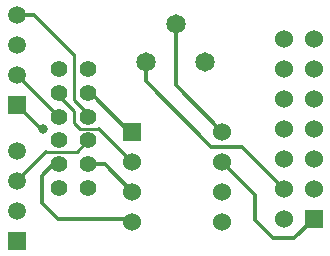
<source format=gtl>
G04 Layer_Physical_Order=1*
G04 Layer_Color=255*
%FSLAX25Y25*%
%MOIN*%
G70*
G01*
G75*
%ADD10C,0.01000*%
%ADD11C,0.01200*%
%ADD12C,0.01400*%
%ADD13C,0.06000*%
%ADD14R,0.06000X0.06000*%
%ADD15C,0.06500*%
%ADD16C,0.05905*%
%ADD17R,0.05905X0.05905*%
%ADD18C,0.05512*%
%ADD19C,0.03200*%
D10*
X27100Y48000D02*
Y52000D01*
X22179Y56921D02*
X27100Y52000D01*
X22179Y56921D02*
Y57811D01*
X27100Y55600D02*
Y70600D01*
X32021Y49937D02*
Y50679D01*
X27100Y55600D02*
X32021Y50679D01*
X28058Y38100D02*
X32021Y42063D01*
X17700Y38100D02*
X28058D01*
X27100Y48000D02*
X29100Y46000D01*
X35600D01*
X45600Y45000D02*
X46600D01*
D11*
X45700Y15900D02*
X46600Y15000D01*
X20289Y34189D02*
X22179D01*
D12*
X21700Y15900D02*
X45700D01*
X16400Y21200D02*
X21700Y15900D01*
X13700Y84000D02*
X27100Y70600D01*
X8100Y84000D02*
X13700D01*
X73000Y40000D02*
X83100D01*
X51257Y61743D02*
X73000Y40000D01*
X51257Y61743D02*
Y68201D01*
X16300Y45800D02*
X17000D01*
X8100Y54000D02*
X16300Y45800D01*
X8100Y64000D02*
X8116D01*
X22179Y49937D01*
X8100Y28500D02*
X17700Y38100D01*
X16400Y30300D02*
X20289Y34189D01*
X16400Y21200D02*
Y30300D01*
X32021Y34189D02*
X37411D01*
X46600Y25000D01*
X35600Y46000D02*
X46600Y35000D01*
X32850Y57750D02*
X45600Y45000D01*
X93600Y9500D02*
X100600D01*
X87600Y15500D02*
X93600Y9500D01*
X87600Y15500D02*
Y24000D01*
X76600Y35000D02*
X87600Y24000D01*
X61100Y60500D02*
X76600Y45000D01*
X61100Y60500D02*
Y80799D01*
X83100Y40000D02*
X97100Y26000D01*
X100600Y9500D02*
X107100Y16000D01*
D13*
Y56000D02*
D03*
Y76000D02*
D03*
Y66000D02*
D03*
X97100D02*
D03*
Y76000D02*
D03*
Y56000D02*
D03*
Y16000D02*
D03*
Y26000D02*
D03*
Y46000D02*
D03*
Y36000D02*
D03*
X107100D02*
D03*
Y46000D02*
D03*
Y26000D02*
D03*
X46600Y35000D02*
D03*
Y15000D02*
D03*
Y25000D02*
D03*
X76600D02*
D03*
Y15000D02*
D03*
Y35000D02*
D03*
Y45000D02*
D03*
D14*
X107100Y16000D02*
D03*
X46600Y45000D02*
D03*
D15*
X51257Y68201D02*
D03*
X70942D02*
D03*
X61100Y80799D02*
D03*
D16*
X8100Y84000D02*
D03*
Y74000D02*
D03*
Y64000D02*
D03*
Y38500D02*
D03*
Y28500D02*
D03*
Y18500D02*
D03*
D17*
Y54000D02*
D03*
Y8500D02*
D03*
D18*
X22179Y34189D02*
D03*
Y26315D02*
D03*
Y42063D02*
D03*
Y49937D02*
D03*
Y57811D02*
D03*
Y65685D02*
D03*
X32021D02*
D03*
Y57811D02*
D03*
Y49937D02*
D03*
Y42063D02*
D03*
Y26315D02*
D03*
Y34189D02*
D03*
D19*
X17000Y45800D02*
D03*
M02*

</source>
